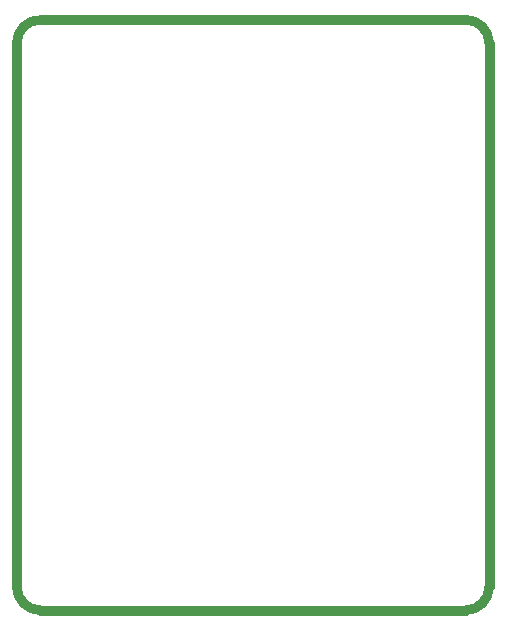
<source format=gko>
G04*
G04 #@! TF.GenerationSoftware,Altium Limited,Altium Designer,22.7.1 (60)*
G04*
G04 Layer_Color=16711935*
%FSLAX44Y44*%
%MOMM*%
G71*
G04*
G04 #@! TF.SameCoordinates,B907E7F6-3D8B-4148-802C-DA242210B7AD*
G04*
G04*
G04 #@! TF.FilePolarity,Positive*
G04*
G01*
G75*
%ADD39C,0.4000*%
D39*
X402000Y480000D02*
G03*
X402000Y480011I-2000J0D01*
G01*
X398000Y480000D02*
G03*
X398000Y479990I2000J0D01*
G01*
X380011Y502000D02*
G03*
X380000Y502000I-11J-22000D01*
G01*
X402000Y480011D02*
G03*
X380011Y502000I-22000J-11D01*
G01*
X402000Y480000D02*
G03*
X402000Y480011I-22000J0D01*
G01*
X398000Y20010D02*
G03*
X398000Y20000I2000J-10D01*
G01*
X380011Y502000D02*
G03*
X380000Y502000I-11J-2000D01*
G01*
X379990Y498000D02*
G03*
X380000Y498000I10J2000D01*
G01*
X398000Y480000D02*
G03*
X380000Y498000I-18000J0D01*
G01*
X402000Y19989D02*
G03*
X402000Y20000I-2000J11D01*
G01*
X380000Y2000D02*
G03*
X398000Y20000I-0J18000D01*
G01*
X402000Y19989D02*
G03*
X402000Y20000I-22000J11D01*
G01*
X380000Y-2000D02*
G03*
X402000Y19989I-0J22000D01*
G01*
X20000Y502000D02*
G03*
X19989Y502000I0J-2000D01*
G01*
X20000Y498000D02*
G03*
X20010Y498000I0J2000D01*
G01*
X20000Y498000D02*
G03*
X2000Y480000I0J-18000D01*
G01*
X19989Y502000D02*
G03*
X-2000Y480000I10J-22000D01*
G01*
X20000Y502000D02*
G03*
X19989Y502000I0J-22000D01*
G01*
X2000Y20000D02*
G03*
X20000Y2000I18000J0D01*
G01*
X-2000Y20000D02*
G03*
X20000Y-2000I22000J0D01*
G01*
X398000Y479990D02*
Y480000D01*
Y20010D02*
Y479990D01*
Y20000D02*
Y20010D01*
X402000Y20000D02*
Y480000D01*
X380000Y-2000D02*
X380000D01*
X20000D02*
X380000D01*
X20000Y502000D02*
X380000D01*
X379990Y498000D02*
X380000D01*
X20010D02*
X379990D01*
X20000D02*
X20010D01*
X380000Y2000D02*
X380000D01*
X20000D02*
X380000D01*
X2000Y480000D02*
Y480000D01*
Y480000D02*
X2000Y20000D01*
X-2000Y480000D02*
Y480000D01*
Y480000D02*
X-2000Y20000D01*
M02*

</source>
